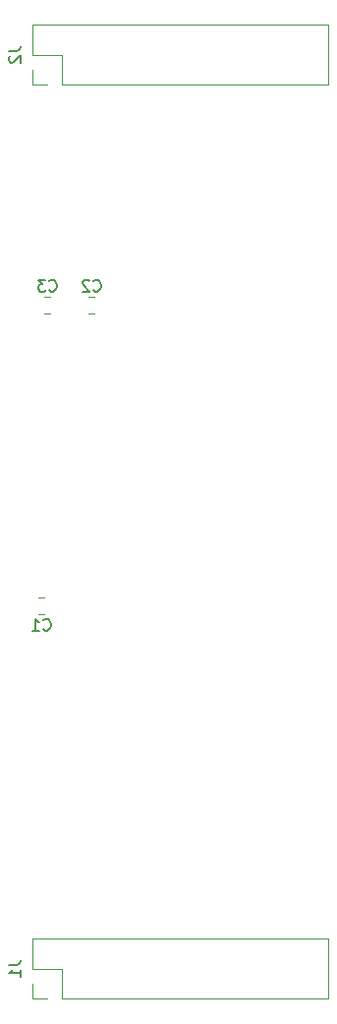
<source format=gbr>
G04 #@! TF.GenerationSoftware,KiCad,Pcbnew,5.0.2-bee76a0~70~ubuntu18.04.1*
G04 #@! TF.CreationDate,2019-07-29T15:00:22+02:00*
G04 #@! TF.ProjectId,stm32f427,73746d33-3266-4343-9237-2e6b69636164,rev?*
G04 #@! TF.SameCoordinates,Original*
G04 #@! TF.FileFunction,Legend,Bot*
G04 #@! TF.FilePolarity,Positive*
%FSLAX46Y46*%
G04 Gerber Fmt 4.6, Leading zero omitted, Abs format (unit mm)*
G04 Created by KiCad (PCBNEW 5.0.2-bee76a0~70~ubuntu18.04.1) date lun. 29 juil. 2019 15:00:22 CEST*
%MOMM*%
%LPD*%
G01*
G04 APERTURE LIST*
%ADD10C,0.120000*%
%ADD11C,0.150000*%
G04 APERTURE END LIST*
D10*
G04 #@! TO.C,J1*
X49470000Y-151070000D02*
X49470000Y-153670000D01*
X49470000Y-151070000D02*
X74990000Y-151070000D01*
X74990000Y-151070000D02*
X74990000Y-156270000D01*
X52070000Y-156270000D02*
X74990000Y-156270000D01*
X52070000Y-153670000D02*
X52070000Y-156270000D01*
X49470000Y-153670000D02*
X52070000Y-153670000D01*
X49470000Y-156270000D02*
X50800000Y-156270000D01*
X49470000Y-154940000D02*
X49470000Y-156270000D01*
G04 #@! TO.C,J2*
X49470000Y-76200000D02*
X49470000Y-77530000D01*
X49470000Y-77530000D02*
X50800000Y-77530000D01*
X49470000Y-74930000D02*
X52070000Y-74930000D01*
X52070000Y-74930000D02*
X52070000Y-77530000D01*
X52070000Y-77530000D02*
X74990000Y-77530000D01*
X74990000Y-72330000D02*
X74990000Y-77530000D01*
X49470000Y-72330000D02*
X74990000Y-72330000D01*
X49470000Y-72330000D02*
X49470000Y-74930000D01*
G04 #@! TO.C,C3*
X51058578Y-95810000D02*
X50541422Y-95810000D01*
X51058578Y-97230000D02*
X50541422Y-97230000D01*
G04 #@! TO.C,C2*
X54351422Y-95810000D02*
X54868578Y-95810000D01*
X54351422Y-97230000D02*
X54868578Y-97230000D01*
G04 #@! TO.C,C1*
X50033422Y-123138000D02*
X50550578Y-123138000D01*
X50033422Y-121718000D02*
X50550578Y-121718000D01*
G04 #@! TO.C,J1*
D11*
X47482380Y-153336666D02*
X48196666Y-153336666D01*
X48339523Y-153289047D01*
X48434761Y-153193809D01*
X48482380Y-153050952D01*
X48482380Y-152955714D01*
X48482380Y-154336666D02*
X48482380Y-153765238D01*
X48482380Y-154050952D02*
X47482380Y-154050952D01*
X47625238Y-153955714D01*
X47720476Y-153860476D01*
X47768095Y-153765238D01*
G04 #@! TO.C,J2*
X47482380Y-74596666D02*
X48196666Y-74596666D01*
X48339523Y-74549047D01*
X48434761Y-74453809D01*
X48482380Y-74310952D01*
X48482380Y-74215714D01*
X47577619Y-75025238D02*
X47530000Y-75072857D01*
X47482380Y-75168095D01*
X47482380Y-75406190D01*
X47530000Y-75501428D01*
X47577619Y-75549047D01*
X47672857Y-75596666D01*
X47768095Y-75596666D01*
X47910952Y-75549047D01*
X48482380Y-74977619D01*
X48482380Y-75596666D01*
G04 #@! TO.C,C3*
X50966666Y-95226142D02*
X51014285Y-95273761D01*
X51157142Y-95321380D01*
X51252380Y-95321380D01*
X51395238Y-95273761D01*
X51490476Y-95178523D01*
X51538095Y-95083285D01*
X51585714Y-94892809D01*
X51585714Y-94749952D01*
X51538095Y-94559476D01*
X51490476Y-94464238D01*
X51395238Y-94369000D01*
X51252380Y-94321380D01*
X51157142Y-94321380D01*
X51014285Y-94369000D01*
X50966666Y-94416619D01*
X50633333Y-94321380D02*
X50014285Y-94321380D01*
X50347619Y-94702333D01*
X50204761Y-94702333D01*
X50109523Y-94749952D01*
X50061904Y-94797571D01*
X50014285Y-94892809D01*
X50014285Y-95130904D01*
X50061904Y-95226142D01*
X50109523Y-95273761D01*
X50204761Y-95321380D01*
X50490476Y-95321380D01*
X50585714Y-95273761D01*
X50633333Y-95226142D01*
G04 #@! TO.C,C2*
X54776666Y-95226142D02*
X54824285Y-95273761D01*
X54967142Y-95321380D01*
X55062380Y-95321380D01*
X55205238Y-95273761D01*
X55300476Y-95178523D01*
X55348095Y-95083285D01*
X55395714Y-94892809D01*
X55395714Y-94749952D01*
X55348095Y-94559476D01*
X55300476Y-94464238D01*
X55205238Y-94369000D01*
X55062380Y-94321380D01*
X54967142Y-94321380D01*
X54824285Y-94369000D01*
X54776666Y-94416619D01*
X54395714Y-94416619D02*
X54348095Y-94369000D01*
X54252857Y-94321380D01*
X54014761Y-94321380D01*
X53919523Y-94369000D01*
X53871904Y-94416619D01*
X53824285Y-94511857D01*
X53824285Y-94607095D01*
X53871904Y-94749952D01*
X54443333Y-95321380D01*
X53824285Y-95321380D01*
G04 #@! TO.C,C1*
X50458666Y-124435142D02*
X50506285Y-124482761D01*
X50649142Y-124530380D01*
X50744380Y-124530380D01*
X50887238Y-124482761D01*
X50982476Y-124387523D01*
X51030095Y-124292285D01*
X51077714Y-124101809D01*
X51077714Y-123958952D01*
X51030095Y-123768476D01*
X50982476Y-123673238D01*
X50887238Y-123578000D01*
X50744380Y-123530380D01*
X50649142Y-123530380D01*
X50506285Y-123578000D01*
X50458666Y-123625619D01*
X49506285Y-124530380D02*
X50077714Y-124530380D01*
X49792000Y-124530380D02*
X49792000Y-123530380D01*
X49887238Y-123673238D01*
X49982476Y-123768476D01*
X50077714Y-123816095D01*
G04 #@! TD*
M02*

</source>
